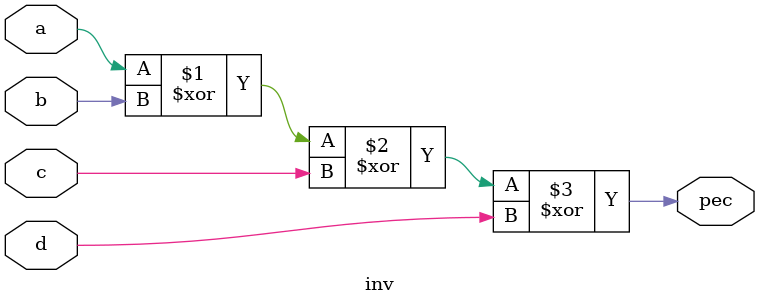
<source format=v>
`timescale 1ns / 1ps

module inv(
    input a,
    input b,
    input c,
    input d,
    output pec
);
    
assign pec = a^b^c^d;
endmodule
</source>
